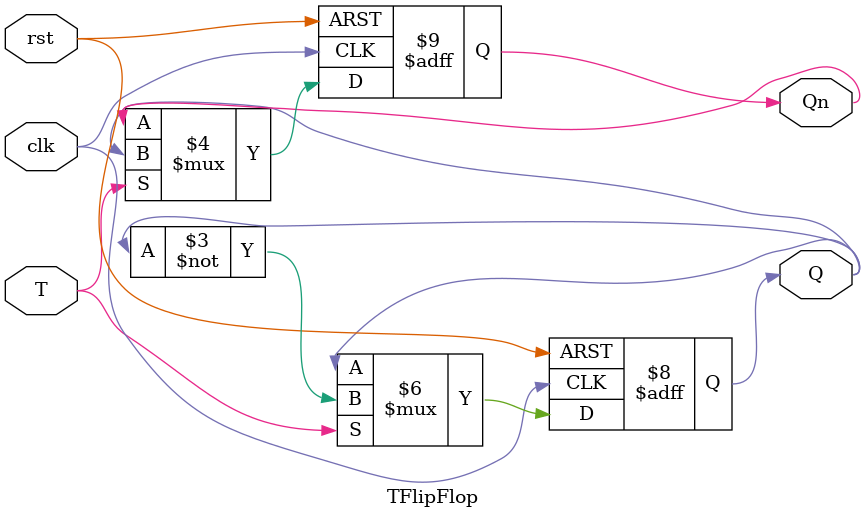
<source format=v>
`timescale 1ns / 1ps


module TFlipFlop(
    input rst, clk, T, 
    output reg Q, Qn
    );
        
    
    always @ (posedge clk, negedge rst)
    begin
        if(!rst)
        begin
                Q = 0;
                Qn = 1;
        end
        else if(T)
        begin
            Q <= ~Q;
            Qn <= Q;
        end
        
        
    end
endmodule

</source>
